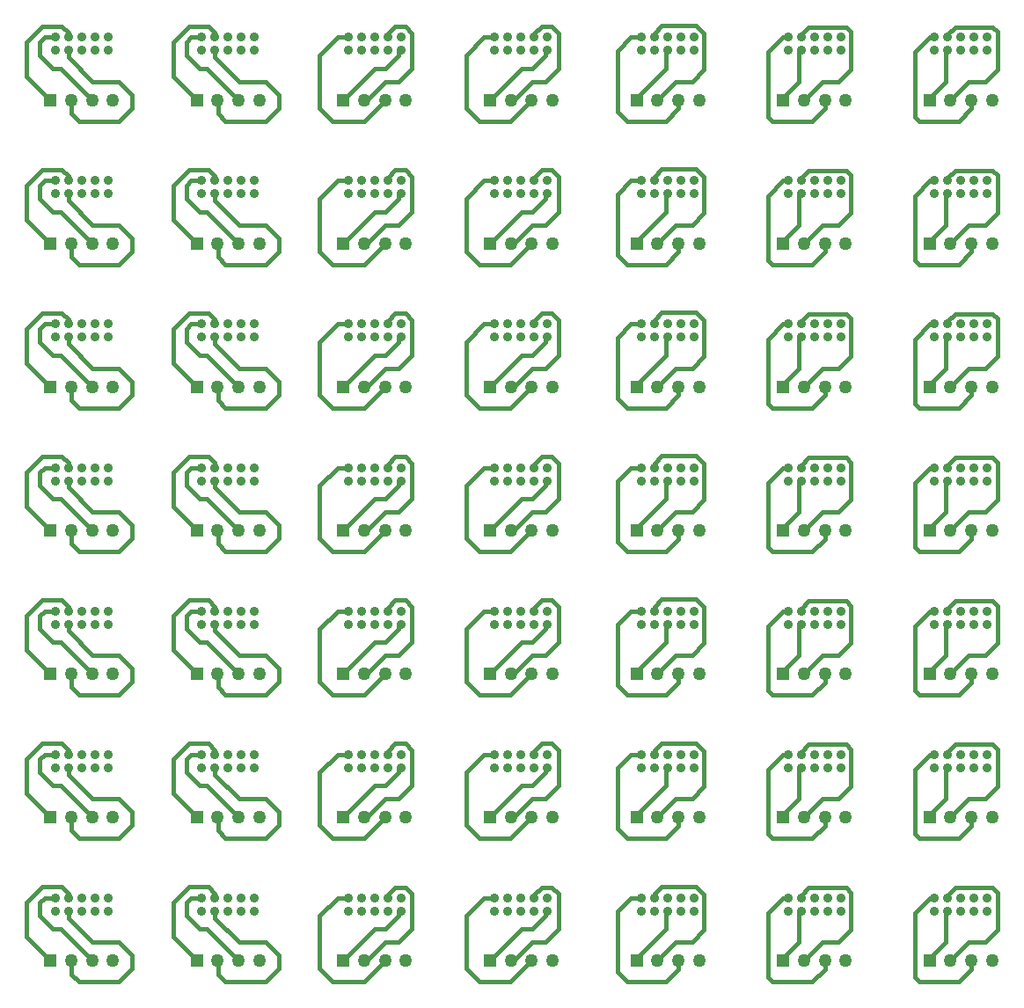
<source format=gtl>
G04 Layer_Physical_Order=1*
G04 Layer_Color=255*
%FSLAX44Y44*%
%MOMM*%
G71*
G01*
G75*
%ADD10C,0.4064*%
%ADD11C,0.9144*%
%ADD12C,1.2700*%
%ADD13R,1.2700X1.2700*%
D10*
X767780Y113356D02*
X769812Y115388D01*
X767780Y85416D02*
Y113356D01*
X752540Y70176D02*
X767780Y85416D01*
X752540Y67636D02*
Y70176D01*
X769812Y128088D02*
Y130628D01*
X777178Y137994D01*
X812992D01*
X817818Y133168D01*
Y97354D02*
Y133168D01*
X805880Y85416D02*
X817818Y97354D01*
X790386Y85416D02*
X805880D01*
X772606Y67636D02*
X790386Y85416D01*
X752794Y128088D02*
X757112D01*
X738316Y113610D02*
X752794Y128088D01*
X738316Y51380D02*
Y113610D01*
Y51380D02*
X742380Y47316D01*
X780480D01*
X792672Y59508D01*
Y67636D01*
X908840Y113356D02*
X910872Y115388D01*
X908840Y85416D02*
Y113356D01*
X893600Y70176D02*
X908840Y85416D01*
X893600Y67636D02*
Y70176D01*
X910872Y128088D02*
Y130628D01*
X918238Y137994D01*
X954052D01*
X958878Y133168D01*
Y97354D02*
Y133168D01*
X946940Y85416D02*
X958878Y97354D01*
X931446Y85416D02*
X946940D01*
X913666Y67636D02*
X931446Y85416D01*
X893854Y128088D02*
X898172D01*
X879376Y113610D02*
X893854Y128088D01*
X879376Y51380D02*
Y113610D01*
Y51380D02*
X883440Y47316D01*
X921540D01*
X933732Y59508D01*
Y67636D01*
X767780Y251446D02*
X769812Y253478D01*
X767780Y223506D02*
Y251446D01*
X752540Y208266D02*
X767780Y223506D01*
X752540Y205726D02*
Y208266D01*
X769812Y266178D02*
Y268718D01*
X777178Y276084D01*
X812992D01*
X817818Y271258D01*
Y235444D02*
Y271258D01*
X805880Y223506D02*
X817818Y235444D01*
X790386Y223506D02*
X805880D01*
X772606Y205726D02*
X790386Y223506D01*
X752794Y266178D02*
X757112D01*
X738316Y251700D02*
X752794Y266178D01*
X738316Y189470D02*
Y251700D01*
Y189470D02*
X742380Y185406D01*
X780480D01*
X792672Y197598D01*
Y205726D01*
X908840Y251446D02*
X910872Y253478D01*
X908840Y223506D02*
Y251446D01*
X893600Y208266D02*
X908840Y223506D01*
X893600Y205726D02*
Y208266D01*
X910872Y266178D02*
Y268718D01*
X918238Y276084D01*
X954052D01*
X958878Y271258D01*
Y235444D02*
Y271258D01*
X946940Y223506D02*
X958878Y235444D01*
X931446Y223506D02*
X946940D01*
X913666Y205726D02*
X931446Y223506D01*
X893854Y266178D02*
X898172D01*
X879376Y251700D02*
X893854Y266178D01*
X879376Y189470D02*
Y251700D01*
Y189470D02*
X883440Y185406D01*
X921540D01*
X933732Y197598D01*
Y205726D01*
X767780Y389536D02*
X769812Y391568D01*
X767780Y361596D02*
Y389536D01*
X752540Y346356D02*
X767780Y361596D01*
X752540Y343816D02*
Y346356D01*
X769812Y404268D02*
Y406808D01*
X777178Y414174D01*
X812992D01*
X817818Y409348D01*
Y373534D02*
Y409348D01*
X805880Y361596D02*
X817818Y373534D01*
X790386Y361596D02*
X805880D01*
X772606Y343816D02*
X790386Y361596D01*
X752794Y404268D02*
X757112D01*
X738316Y389790D02*
X752794Y404268D01*
X738316Y327560D02*
Y389790D01*
Y327560D02*
X742380Y323496D01*
X780480D01*
X792672Y335688D01*
Y343816D01*
X908840Y389536D02*
X910872Y391568D01*
X908840Y361596D02*
Y389536D01*
X893600Y346356D02*
X908840Y361596D01*
X893600Y343816D02*
Y346356D01*
X910872Y404268D02*
Y406808D01*
X918238Y414174D01*
X954052D01*
X958878Y409348D01*
Y373534D02*
Y409348D01*
X946940Y361596D02*
X958878Y373534D01*
X931446Y361596D02*
X946940D01*
X913666Y343816D02*
X931446Y361596D01*
X893854Y404268D02*
X898172D01*
X879376Y389790D02*
X893854Y404268D01*
X879376Y327560D02*
Y389790D01*
Y327560D02*
X883440Y323496D01*
X921540D01*
X933732Y335688D01*
Y343816D01*
X767780Y527626D02*
X769812Y529658D01*
X767780Y499686D02*
Y527626D01*
X752540Y484446D02*
X767780Y499686D01*
X752540Y481906D02*
Y484446D01*
X769812Y542358D02*
Y544898D01*
X777178Y552264D01*
X812992D01*
X817818Y547438D01*
Y511624D02*
Y547438D01*
X805880Y499686D02*
X817818Y511624D01*
X790386Y499686D02*
X805880D01*
X772606Y481906D02*
X790386Y499686D01*
X752794Y542358D02*
X757112D01*
X738316Y527880D02*
X752794Y542358D01*
X738316Y465650D02*
Y527880D01*
Y465650D02*
X742380Y461586D01*
X780480D01*
X792672Y473778D01*
Y481906D01*
X908840Y527626D02*
X910872Y529658D01*
X908840Y499686D02*
Y527626D01*
X893600Y484446D02*
X908840Y499686D01*
X893600Y481906D02*
Y484446D01*
X910872Y542358D02*
Y544898D01*
X918238Y552264D01*
X954052D01*
X958878Y547438D01*
Y511624D02*
Y547438D01*
X946940Y499686D02*
X958878Y511624D01*
X931446Y499686D02*
X946940D01*
X913666Y481906D02*
X931446Y499686D01*
X893854Y542358D02*
X898172D01*
X879376Y527880D02*
X893854Y542358D01*
X879376Y465650D02*
Y527880D01*
Y465650D02*
X883440Y461586D01*
X921540D01*
X933732Y473778D01*
Y481906D01*
X767780Y665716D02*
X769812Y667748D01*
X767780Y637776D02*
Y665716D01*
X752540Y622536D02*
X767780Y637776D01*
X752540Y619996D02*
Y622536D01*
X769812Y680448D02*
Y682988D01*
X777178Y690354D01*
X812992D01*
X817818Y685528D01*
Y649714D02*
Y685528D01*
X805880Y637776D02*
X817818Y649714D01*
X790386Y637776D02*
X805880D01*
X772606Y619996D02*
X790386Y637776D01*
X752794Y680448D02*
X757112D01*
X738316Y665970D02*
X752794Y680448D01*
X738316Y603740D02*
Y665970D01*
Y603740D02*
X742380Y599676D01*
X780480D01*
X792672Y611868D01*
Y619996D01*
X908840Y665716D02*
X910872Y667748D01*
X908840Y637776D02*
Y665716D01*
X893600Y622536D02*
X908840Y637776D01*
X893600Y619996D02*
Y622536D01*
X910872Y680448D02*
Y682988D01*
X918238Y690354D01*
X954052D01*
X958878Y685528D01*
Y649714D02*
Y685528D01*
X946940Y637776D02*
X958878Y649714D01*
X931446Y637776D02*
X946940D01*
X913666Y619996D02*
X931446Y637776D01*
X893854Y680448D02*
X898172D01*
X879376Y665970D02*
X893854Y680448D01*
X879376Y603740D02*
Y665970D01*
Y603740D02*
X883440Y599676D01*
X921540D01*
X933732Y611868D01*
Y619996D01*
X767780Y803806D02*
X769812Y805838D01*
X767780Y775866D02*
Y803806D01*
X752540Y760626D02*
X767780Y775866D01*
X752540Y758086D02*
Y760626D01*
X769812Y818538D02*
Y821078D01*
X777178Y828444D01*
X812992D01*
X817818Y823618D01*
Y787804D02*
Y823618D01*
X805880Y775866D02*
X817818Y787804D01*
X790386Y775866D02*
X805880D01*
X772606Y758086D02*
X790386Y775866D01*
X752794Y818538D02*
X757112D01*
X738316Y804060D02*
X752794Y818538D01*
X738316Y741830D02*
Y804060D01*
Y741830D02*
X742380Y737766D01*
X780480D01*
X792672Y749958D01*
Y758086D01*
X908840Y803806D02*
X910872Y805838D01*
X908840Y775866D02*
Y803806D01*
X893600Y760626D02*
X908840Y775866D01*
X893600Y758086D02*
Y760626D01*
X910872Y818538D02*
Y821078D01*
X918238Y828444D01*
X954052D01*
X958878Y823618D01*
Y787804D02*
Y823618D01*
X946940Y775866D02*
X958878Y787804D01*
X931446Y775866D02*
X946940D01*
X913666Y758086D02*
X931446Y775866D01*
X893854Y818538D02*
X898172D01*
X879376Y804060D02*
X893854Y818538D01*
X879376Y741830D02*
Y804060D01*
Y741830D02*
X883440Y737766D01*
X921540D01*
X933732Y749958D01*
Y758086D01*
X767780Y941896D02*
X769812Y943928D01*
X767780Y913956D02*
Y941896D01*
X752540Y898716D02*
X767780Y913956D01*
X752540Y896176D02*
Y898716D01*
X769812Y956628D02*
Y959168D01*
X777178Y966534D01*
X812992D01*
X817818Y961708D01*
Y925894D02*
Y961708D01*
X805880Y913956D02*
X817818Y925894D01*
X790386Y913956D02*
X805880D01*
X772606Y896176D02*
X790386Y913956D01*
X752794Y956628D02*
X757112D01*
X738316Y942150D02*
X752794Y956628D01*
X738316Y879920D02*
Y942150D01*
Y879920D02*
X742380Y875856D01*
X780480D01*
X792672Y888048D01*
Y896176D01*
X908840Y941896D02*
X910872Y943928D01*
X908840Y913956D02*
Y941896D01*
X893600Y898716D02*
X908840Y913956D01*
X893600Y896176D02*
Y898716D01*
X910872Y956628D02*
Y959168D01*
X918238Y966534D01*
X954052D01*
X958878Y961708D01*
Y925894D02*
Y961708D01*
X946940Y913956D02*
X958878Y925894D01*
X931446Y913956D02*
X946940D01*
X913666Y896176D02*
X931446Y913956D01*
X893854Y956628D02*
X898172D01*
X879376Y942150D02*
X893854Y956628D01*
X879376Y879920D02*
Y942150D01*
Y879920D02*
X883440Y875856D01*
X921540D01*
X933732Y888048D01*
Y896176D01*
X605892Y128088D02*
X616052D01*
X592938Y115134D02*
X605892Y128088D01*
X592938Y56714D02*
Y115134D01*
Y56714D02*
X602336Y47316D01*
X639420D01*
X651612Y59508D01*
Y67636D01*
X639420Y113356D02*
X641452Y115388D01*
X639420Y98116D02*
Y113356D01*
X611480Y70176D02*
X639420Y98116D01*
X611480Y67636D02*
Y70176D01*
X628752Y128088D02*
Y132152D01*
X635864Y139264D01*
X668884D01*
X676504Y131644D01*
Y97100D02*
Y131644D01*
X664820Y85416D02*
X676504Y97100D01*
X649326Y85416D02*
X664820D01*
X631546Y67636D02*
X649326Y85416D01*
X605892Y266178D02*
X616052D01*
X592938Y253224D02*
X605892Y266178D01*
X592938Y194804D02*
Y253224D01*
Y194804D02*
X602336Y185406D01*
X639420D01*
X651612Y197598D01*
Y205726D01*
X639420Y251446D02*
X641452Y253478D01*
X639420Y236206D02*
Y251446D01*
X611480Y208266D02*
X639420Y236206D01*
X611480Y205726D02*
Y208266D01*
X628752Y266178D02*
Y270242D01*
X635864Y277354D01*
X668884D01*
X676504Y269734D01*
Y235190D02*
Y269734D01*
X664820Y223506D02*
X676504Y235190D01*
X649326Y223506D02*
X664820D01*
X631546Y205726D02*
X649326Y223506D01*
X605892Y404268D02*
X616052D01*
X592938Y391314D02*
X605892Y404268D01*
X592938Y332894D02*
Y391314D01*
Y332894D02*
X602336Y323496D01*
X639420D01*
X651612Y335688D01*
Y343816D01*
X639420Y389536D02*
X641452Y391568D01*
X639420Y374296D02*
Y389536D01*
X611480Y346356D02*
X639420Y374296D01*
X611480Y343816D02*
Y346356D01*
X628752Y404268D02*
Y408332D01*
X635864Y415444D01*
X668884D01*
X676504Y407824D01*
Y373280D02*
Y407824D01*
X664820Y361596D02*
X676504Y373280D01*
X649326Y361596D02*
X664820D01*
X631546Y343816D02*
X649326Y361596D01*
X605892Y542358D02*
X616052D01*
X592938Y529404D02*
X605892Y542358D01*
X592938Y470984D02*
Y529404D01*
Y470984D02*
X602336Y461586D01*
X639420D01*
X651612Y473778D01*
Y481906D01*
X639420Y527626D02*
X641452Y529658D01*
X639420Y512386D02*
Y527626D01*
X611480Y484446D02*
X639420Y512386D01*
X611480Y481906D02*
Y484446D01*
X628752Y542358D02*
Y546422D01*
X635864Y553534D01*
X668884D01*
X676504Y545914D01*
Y511370D02*
Y545914D01*
X664820Y499686D02*
X676504Y511370D01*
X649326Y499686D02*
X664820D01*
X631546Y481906D02*
X649326Y499686D01*
X605892Y680448D02*
X616052D01*
X592938Y667494D02*
X605892Y680448D01*
X592938Y609074D02*
Y667494D01*
Y609074D02*
X602336Y599676D01*
X639420D01*
X651612Y611868D01*
Y619996D01*
X639420Y665716D02*
X641452Y667748D01*
X639420Y650476D02*
Y665716D01*
X611480Y622536D02*
X639420Y650476D01*
X611480Y619996D02*
Y622536D01*
X628752Y680448D02*
Y684512D01*
X635864Y691624D01*
X668884D01*
X676504Y684004D01*
Y649460D02*
Y684004D01*
X664820Y637776D02*
X676504Y649460D01*
X649326Y637776D02*
X664820D01*
X631546Y619996D02*
X649326Y637776D01*
X605892Y818538D02*
X616052D01*
X592938Y805584D02*
X605892Y818538D01*
X592938Y747164D02*
Y805584D01*
Y747164D02*
X602336Y737766D01*
X639420D01*
X651612Y749958D01*
Y758086D01*
X639420Y803806D02*
X641452Y805838D01*
X639420Y788566D02*
Y803806D01*
X611480Y760626D02*
X639420Y788566D01*
X611480Y758086D02*
Y760626D01*
X628752Y818538D02*
Y822602D01*
X635864Y829714D01*
X668884D01*
X676504Y822094D01*
Y787550D02*
Y822094D01*
X664820Y775866D02*
X676504Y787550D01*
X649326Y775866D02*
X664820D01*
X631546Y758086D02*
X649326Y775866D01*
X605892Y956628D02*
X616052D01*
X592938Y943674D02*
X605892Y956628D01*
X592938Y885254D02*
Y943674D01*
Y885254D02*
X602336Y875856D01*
X639420D01*
X651612Y888048D01*
Y896176D01*
X639420Y941896D02*
X641452Y943928D01*
X639420Y926656D02*
Y941896D01*
X611480Y898716D02*
X639420Y926656D01*
X611480Y896176D02*
Y898716D01*
X628752Y956628D02*
Y960692D01*
X635864Y967804D01*
X668884D01*
X676504Y960184D01*
Y925640D02*
Y960184D01*
X664820Y913956D02*
X676504Y925640D01*
X649326Y913956D02*
X664820D01*
X631546Y896176D02*
X649326Y913956D01*
X382700Y113356D02*
X384732Y115388D01*
X382700Y110816D02*
Y113356D01*
X370000Y98116D02*
X382700Y110816D01*
X359840Y98116D02*
X370000D01*
X329360Y67636D02*
X359840Y98116D01*
X372032Y128088D02*
Y131390D01*
X379144Y138502D01*
X388796D01*
X395400Y131898D01*
Y98116D02*
Y131898D01*
X382700Y85416D02*
X395400Y98116D01*
X370000Y85416D02*
X382700D01*
X352220Y67636D02*
X370000Y85416D01*
X349426Y67636D02*
X352220D01*
X323772Y128088D02*
X333932D01*
X306500Y110816D02*
X323772Y128088D01*
X306500Y60016D02*
Y110816D01*
Y60016D02*
X319200Y47316D01*
X349172D01*
X369492Y67636D01*
X523760Y113356D02*
X525792Y115388D01*
X523760Y110816D02*
Y113356D01*
X511060Y98116D02*
X523760Y110816D01*
X500900Y98116D02*
X511060D01*
X470420Y67636D02*
X500900Y98116D01*
X513092Y128088D02*
Y131390D01*
X520204Y138502D01*
X529856D01*
X536460Y131898D01*
Y98116D02*
Y131898D01*
X523760Y85416D02*
X536460Y98116D01*
X511060Y85416D02*
X523760D01*
X493280Y67636D02*
X511060Y85416D01*
X490486Y67636D02*
X493280D01*
X464832Y128088D02*
X474992D01*
X447560Y110816D02*
X464832Y128088D01*
X447560Y60016D02*
Y110816D01*
Y60016D02*
X460260Y47316D01*
X490232D01*
X510552Y67636D01*
X382700Y251446D02*
X384732Y253478D01*
X382700Y248906D02*
Y251446D01*
X370000Y236206D02*
X382700Y248906D01*
X359840Y236206D02*
X370000D01*
X329360Y205726D02*
X359840Y236206D01*
X372032Y266178D02*
Y269480D01*
X379144Y276592D01*
X388796D01*
X395400Y269988D01*
Y236206D02*
Y269988D01*
X382700Y223506D02*
X395400Y236206D01*
X370000Y223506D02*
X382700D01*
X352220Y205726D02*
X370000Y223506D01*
X349426Y205726D02*
X352220D01*
X323772Y266178D02*
X333932D01*
X306500Y248906D02*
X323772Y266178D01*
X306500Y198106D02*
Y248906D01*
Y198106D02*
X319200Y185406D01*
X349172D01*
X369492Y205726D01*
X523760Y251446D02*
X525792Y253478D01*
X523760Y248906D02*
Y251446D01*
X511060Y236206D02*
X523760Y248906D01*
X500900Y236206D02*
X511060D01*
X470420Y205726D02*
X500900Y236206D01*
X513092Y266178D02*
Y269480D01*
X520204Y276592D01*
X529856D01*
X536460Y269988D01*
Y236206D02*
Y269988D01*
X523760Y223506D02*
X536460Y236206D01*
X511060Y223506D02*
X523760D01*
X493280Y205726D02*
X511060Y223506D01*
X490486Y205726D02*
X493280D01*
X464832Y266178D02*
X474992D01*
X447560Y248906D02*
X464832Y266178D01*
X447560Y198106D02*
Y248906D01*
Y198106D02*
X460260Y185406D01*
X490232D01*
X510552Y205726D01*
X382700Y389536D02*
X384732Y391568D01*
X382700Y386996D02*
Y389536D01*
X370000Y374296D02*
X382700Y386996D01*
X359840Y374296D02*
X370000D01*
X329360Y343816D02*
X359840Y374296D01*
X372032Y404268D02*
Y407570D01*
X379144Y414682D01*
X388796D01*
X395400Y408078D01*
Y374296D02*
Y408078D01*
X382700Y361596D02*
X395400Y374296D01*
X370000Y361596D02*
X382700D01*
X352220Y343816D02*
X370000Y361596D01*
X349426Y343816D02*
X352220D01*
X323772Y404268D02*
X333932D01*
X306500Y386996D02*
X323772Y404268D01*
X306500Y336196D02*
Y386996D01*
Y336196D02*
X319200Y323496D01*
X349172D01*
X369492Y343816D01*
X523760Y389536D02*
X525792Y391568D01*
X523760Y386996D02*
Y389536D01*
X511060Y374296D02*
X523760Y386996D01*
X500900Y374296D02*
X511060D01*
X470420Y343816D02*
X500900Y374296D01*
X513092Y404268D02*
Y407570D01*
X520204Y414682D01*
X529856D01*
X536460Y408078D01*
Y374296D02*
Y408078D01*
X523760Y361596D02*
X536460Y374296D01*
X511060Y361596D02*
X523760D01*
X493280Y343816D02*
X511060Y361596D01*
X490486Y343816D02*
X493280D01*
X464832Y404268D02*
X474992D01*
X447560Y386996D02*
X464832Y404268D01*
X447560Y336196D02*
Y386996D01*
Y336196D02*
X460260Y323496D01*
X490232D01*
X510552Y343816D01*
X382700Y527626D02*
X384732Y529658D01*
X382700Y525086D02*
Y527626D01*
X370000Y512386D02*
X382700Y525086D01*
X359840Y512386D02*
X370000D01*
X329360Y481906D02*
X359840Y512386D01*
X372032Y542358D02*
Y545660D01*
X379144Y552772D01*
X388796D01*
X395400Y546168D01*
Y512386D02*
Y546168D01*
X382700Y499686D02*
X395400Y512386D01*
X370000Y499686D02*
X382700D01*
X352220Y481906D02*
X370000Y499686D01*
X349426Y481906D02*
X352220D01*
X323772Y542358D02*
X333932D01*
X306500Y525086D02*
X323772Y542358D01*
X306500Y474286D02*
Y525086D01*
Y474286D02*
X319200Y461586D01*
X349172D01*
X369492Y481906D01*
X523760Y527626D02*
X525792Y529658D01*
X523760Y525086D02*
Y527626D01*
X511060Y512386D02*
X523760Y525086D01*
X500900Y512386D02*
X511060D01*
X470420Y481906D02*
X500900Y512386D01*
X513092Y542358D02*
Y545660D01*
X520204Y552772D01*
X529856D01*
X536460Y546168D01*
Y512386D02*
Y546168D01*
X523760Y499686D02*
X536460Y512386D01*
X511060Y499686D02*
X523760D01*
X493280Y481906D02*
X511060Y499686D01*
X490486Y481906D02*
X493280D01*
X464832Y542358D02*
X474992D01*
X447560Y525086D02*
X464832Y542358D01*
X447560Y474286D02*
Y525086D01*
Y474286D02*
X460260Y461586D01*
X490232D01*
X510552Y481906D01*
X382700Y665716D02*
X384732Y667748D01*
X382700Y663176D02*
Y665716D01*
X370000Y650476D02*
X382700Y663176D01*
X359840Y650476D02*
X370000D01*
X329360Y619996D02*
X359840Y650476D01*
X372032Y680448D02*
Y683750D01*
X379144Y690862D01*
X388796D01*
X395400Y684258D01*
Y650476D02*
Y684258D01*
X382700Y637776D02*
X395400Y650476D01*
X370000Y637776D02*
X382700D01*
X352220Y619996D02*
X370000Y637776D01*
X349426Y619996D02*
X352220D01*
X323772Y680448D02*
X333932D01*
X306500Y663176D02*
X323772Y680448D01*
X306500Y612376D02*
Y663176D01*
Y612376D02*
X319200Y599676D01*
X349172D01*
X369492Y619996D01*
X523760Y665716D02*
X525792Y667748D01*
X523760Y663176D02*
Y665716D01*
X511060Y650476D02*
X523760Y663176D01*
X500900Y650476D02*
X511060D01*
X470420Y619996D02*
X500900Y650476D01*
X513092Y680448D02*
Y683750D01*
X520204Y690862D01*
X529856D01*
X536460Y684258D01*
Y650476D02*
Y684258D01*
X523760Y637776D02*
X536460Y650476D01*
X511060Y637776D02*
X523760D01*
X493280Y619996D02*
X511060Y637776D01*
X490486Y619996D02*
X493280D01*
X464832Y680448D02*
X474992D01*
X447560Y663176D02*
X464832Y680448D01*
X447560Y612376D02*
Y663176D01*
Y612376D02*
X460260Y599676D01*
X490232D01*
X510552Y619996D01*
X382700Y803806D02*
X384732Y805838D01*
X382700Y801266D02*
Y803806D01*
X370000Y788566D02*
X382700Y801266D01*
X359840Y788566D02*
X370000D01*
X329360Y758086D02*
X359840Y788566D01*
X372032Y818538D02*
Y821840D01*
X379144Y828952D01*
X388796D01*
X395400Y822348D01*
Y788566D02*
Y822348D01*
X382700Y775866D02*
X395400Y788566D01*
X370000Y775866D02*
X382700D01*
X352220Y758086D02*
X370000Y775866D01*
X349426Y758086D02*
X352220D01*
X323772Y818538D02*
X333932D01*
X306500Y801266D02*
X323772Y818538D01*
X306500Y750466D02*
Y801266D01*
Y750466D02*
X319200Y737766D01*
X349172D01*
X369492Y758086D01*
X523760Y803806D02*
X525792Y805838D01*
X523760Y801266D02*
Y803806D01*
X511060Y788566D02*
X523760Y801266D01*
X500900Y788566D02*
X511060D01*
X470420Y758086D02*
X500900Y788566D01*
X513092Y818538D02*
Y821840D01*
X520204Y828952D01*
X529856D01*
X536460Y822348D01*
Y788566D02*
Y822348D01*
X523760Y775866D02*
X536460Y788566D01*
X511060Y775866D02*
X523760D01*
X493280Y758086D02*
X511060Y775866D01*
X490486Y758086D02*
X493280D01*
X464832Y818538D02*
X474992D01*
X447560Y801266D02*
X464832Y818538D01*
X447560Y750466D02*
Y801266D01*
Y750466D02*
X460260Y737766D01*
X490232D01*
X510552Y758086D01*
X382700Y941896D02*
X384732Y943928D01*
X382700Y939356D02*
Y941896D01*
X370000Y926656D02*
X382700Y939356D01*
X359840Y926656D02*
X370000D01*
X329360Y896176D02*
X359840Y926656D01*
X372032Y956628D02*
Y959930D01*
X379144Y967042D01*
X388796D01*
X395400Y960438D01*
Y926656D02*
Y960438D01*
X382700Y913956D02*
X395400Y926656D01*
X370000Y913956D02*
X382700D01*
X352220Y896176D02*
X370000Y913956D01*
X349426Y896176D02*
X352220D01*
X323772Y956628D02*
X333932D01*
X306500Y939356D02*
X323772Y956628D01*
X306500Y888556D02*
Y939356D01*
Y888556D02*
X319200Y875856D01*
X349172D01*
X369492Y896176D01*
X523760Y941896D02*
X525792Y943928D01*
X523760Y939356D02*
Y941896D01*
X511060Y926656D02*
X523760Y939356D01*
X500900Y926656D02*
X511060D01*
X470420Y896176D02*
X500900Y926656D01*
X513092Y956628D02*
Y959930D01*
X520204Y967042D01*
X529856D01*
X536460Y960438D01*
Y926656D02*
Y960438D01*
X523760Y913956D02*
X536460Y926656D01*
X511060Y913956D02*
X523760D01*
X493280Y896176D02*
X511060Y913956D01*
X490486Y896176D02*
X493280D01*
X464832Y956628D02*
X474992D01*
X447560Y939356D02*
X464832Y956628D01*
X447560Y888556D02*
Y939356D01*
Y888556D02*
X460260Y875856D01*
X490232D01*
X510552Y896176D01*
X64517Y128093D02*
Y132411D01*
X58167Y138761D02*
X64517Y132411D01*
X39625Y138761D02*
X58167D01*
X24385Y123521D02*
X39625Y138761D01*
X24385Y90501D02*
Y123521D01*
Y90501D02*
X47245Y67641D01*
X64517Y108789D02*
Y115393D01*
Y108789D02*
X87885Y85421D01*
X113285D01*
X125985Y72721D01*
Y60021D02*
Y72721D01*
X113285Y47321D02*
X125985Y60021D01*
X74931Y47321D02*
X113285D01*
X67565Y54687D02*
X74931Y47321D01*
X67565Y54687D02*
Y67387D01*
X67311Y67641D02*
X67565Y67387D01*
X41657Y128093D02*
X51817D01*
X37085Y123521D02*
X41657Y128093D01*
X37085Y110821D02*
Y123521D01*
Y110821D02*
X49785Y98121D01*
X56897D01*
X87377Y67641D01*
X205577Y128093D02*
Y132411D01*
X199227Y138761D02*
X205577Y132411D01*
X180685Y138761D02*
X199227D01*
X165445Y123521D02*
X180685Y138761D01*
X165445Y90501D02*
Y123521D01*
Y90501D02*
X188305Y67641D01*
X205577Y108789D02*
Y115393D01*
Y108789D02*
X228945Y85421D01*
X254345D01*
X267045Y72721D01*
Y60021D02*
Y72721D01*
X254345Y47321D02*
X267045Y60021D01*
X215991Y47321D02*
X254345D01*
X208625Y54687D02*
X215991Y47321D01*
X208625Y54687D02*
Y67387D01*
X208371Y67641D02*
X208625Y67387D01*
X182717Y128093D02*
X192877D01*
X178145Y123521D02*
X182717Y128093D01*
X178145Y110821D02*
Y123521D01*
Y110821D02*
X190845Y98121D01*
X197957D01*
X228437Y67641D01*
X64517Y266183D02*
Y270501D01*
X58167Y276851D02*
X64517Y270501D01*
X39625Y276851D02*
X58167D01*
X24385Y261611D02*
X39625Y276851D01*
X24385Y228591D02*
Y261611D01*
Y228591D02*
X47245Y205731D01*
X64517Y246879D02*
Y253483D01*
Y246879D02*
X87885Y223511D01*
X113285D01*
X125985Y210811D01*
Y198111D02*
Y210811D01*
X113285Y185411D02*
X125985Y198111D01*
X74931Y185411D02*
X113285D01*
X67565Y192777D02*
X74931Y185411D01*
X67565Y192777D02*
Y205477D01*
X67311Y205731D02*
X67565Y205477D01*
X41657Y266183D02*
X51817D01*
X37085Y261611D02*
X41657Y266183D01*
X37085Y248911D02*
Y261611D01*
Y248911D02*
X49785Y236211D01*
X56897D01*
X87377Y205731D01*
X205577Y266183D02*
Y270501D01*
X199227Y276851D02*
X205577Y270501D01*
X180685Y276851D02*
X199227D01*
X165445Y261611D02*
X180685Y276851D01*
X165445Y228591D02*
Y261611D01*
Y228591D02*
X188305Y205731D01*
X205577Y246879D02*
Y253483D01*
Y246879D02*
X228945Y223511D01*
X254345D01*
X267045Y210811D01*
Y198111D02*
Y210811D01*
X254345Y185411D02*
X267045Y198111D01*
X215991Y185411D02*
X254345D01*
X208625Y192777D02*
X215991Y185411D01*
X208625Y192777D02*
Y205477D01*
X208371Y205731D02*
X208625Y205477D01*
X182717Y266183D02*
X192877D01*
X178145Y261611D02*
X182717Y266183D01*
X178145Y248911D02*
Y261611D01*
Y248911D02*
X190845Y236211D01*
X197957D01*
X228437Y205731D01*
X64517Y404273D02*
Y408591D01*
X58167Y414941D02*
X64517Y408591D01*
X39625Y414941D02*
X58167D01*
X24385Y399701D02*
X39625Y414941D01*
X24385Y366681D02*
Y399701D01*
Y366681D02*
X47245Y343821D01*
X64517Y384969D02*
Y391573D01*
Y384969D02*
X87885Y361601D01*
X113285D01*
X125985Y348901D01*
Y336201D02*
Y348901D01*
X113285Y323501D02*
X125985Y336201D01*
X74931Y323501D02*
X113285D01*
X67565Y330867D02*
X74931Y323501D01*
X67565Y330867D02*
Y343567D01*
X67311Y343821D02*
X67565Y343567D01*
X41657Y404273D02*
X51817D01*
X37085Y399701D02*
X41657Y404273D01*
X37085Y387001D02*
Y399701D01*
Y387001D02*
X49785Y374301D01*
X56897D01*
X87377Y343821D01*
X205577Y404273D02*
Y408591D01*
X199227Y414941D02*
X205577Y408591D01*
X180685Y414941D02*
X199227D01*
X165445Y399701D02*
X180685Y414941D01*
X165445Y366681D02*
Y399701D01*
Y366681D02*
X188305Y343821D01*
X205577Y384969D02*
Y391573D01*
Y384969D02*
X228945Y361601D01*
X254345D01*
X267045Y348901D01*
Y336201D02*
Y348901D01*
X254345Y323501D02*
X267045Y336201D01*
X215991Y323501D02*
X254345D01*
X208625Y330867D02*
X215991Y323501D01*
X208625Y330867D02*
Y343567D01*
X208371Y343821D02*
X208625Y343567D01*
X182717Y404273D02*
X192877D01*
X178145Y399701D02*
X182717Y404273D01*
X178145Y387001D02*
Y399701D01*
Y387001D02*
X190845Y374301D01*
X197957D01*
X228437Y343821D01*
X64517Y542363D02*
Y546681D01*
X58167Y553031D02*
X64517Y546681D01*
X39625Y553031D02*
X58167D01*
X24385Y537791D02*
X39625Y553031D01*
X24385Y504771D02*
Y537791D01*
Y504771D02*
X47245Y481911D01*
X64517Y523059D02*
Y529663D01*
Y523059D02*
X87885Y499691D01*
X113285D01*
X125985Y486991D01*
Y474291D02*
Y486991D01*
X113285Y461591D02*
X125985Y474291D01*
X74931Y461591D02*
X113285D01*
X67565Y468957D02*
X74931Y461591D01*
X67565Y468957D02*
Y481657D01*
X67311Y481911D02*
X67565Y481657D01*
X41657Y542363D02*
X51817D01*
X37085Y537791D02*
X41657Y542363D01*
X37085Y525091D02*
Y537791D01*
Y525091D02*
X49785Y512391D01*
X56897D01*
X87377Y481911D01*
X205577Y542363D02*
Y546681D01*
X199227Y553031D02*
X205577Y546681D01*
X180685Y553031D02*
X199227D01*
X165445Y537791D02*
X180685Y553031D01*
X165445Y504771D02*
Y537791D01*
Y504771D02*
X188305Y481911D01*
X205577Y523059D02*
Y529663D01*
Y523059D02*
X228945Y499691D01*
X254345D01*
X267045Y486991D01*
Y474291D02*
Y486991D01*
X254345Y461591D02*
X267045Y474291D01*
X215991Y461591D02*
X254345D01*
X208625Y468957D02*
X215991Y461591D01*
X208625Y468957D02*
Y481657D01*
X208371Y481911D02*
X208625Y481657D01*
X182717Y542363D02*
X192877D01*
X178145Y537791D02*
X182717Y542363D01*
X178145Y525091D02*
Y537791D01*
Y525091D02*
X190845Y512391D01*
X197957D01*
X228437Y481911D01*
X64517Y680453D02*
Y684771D01*
X58167Y691121D02*
X64517Y684771D01*
X39625Y691121D02*
X58167D01*
X24385Y675881D02*
X39625Y691121D01*
X24385Y642861D02*
Y675881D01*
Y642861D02*
X47245Y620001D01*
X64517Y661149D02*
Y667753D01*
Y661149D02*
X87885Y637781D01*
X113285D01*
X125985Y625081D01*
Y612381D02*
Y625081D01*
X113285Y599681D02*
X125985Y612381D01*
X74931Y599681D02*
X113285D01*
X67565Y607047D02*
X74931Y599681D01*
X67565Y607047D02*
Y619747D01*
X67311Y620001D02*
X67565Y619747D01*
X41657Y680453D02*
X51817D01*
X37085Y675881D02*
X41657Y680453D01*
X37085Y663181D02*
Y675881D01*
Y663181D02*
X49785Y650481D01*
X56897D01*
X87377Y620001D01*
X205577Y680453D02*
Y684771D01*
X199227Y691121D02*
X205577Y684771D01*
X180685Y691121D02*
X199227D01*
X165445Y675881D02*
X180685Y691121D01*
X165445Y642861D02*
Y675881D01*
Y642861D02*
X188305Y620001D01*
X205577Y661149D02*
Y667753D01*
Y661149D02*
X228945Y637781D01*
X254345D01*
X267045Y625081D01*
Y612381D02*
Y625081D01*
X254345Y599681D02*
X267045Y612381D01*
X215991Y599681D02*
X254345D01*
X208625Y607047D02*
X215991Y599681D01*
X208625Y607047D02*
Y619747D01*
X208371Y620001D02*
X208625Y619747D01*
X182717Y680453D02*
X192877D01*
X178145Y675881D02*
X182717Y680453D01*
X178145Y663181D02*
Y675881D01*
Y663181D02*
X190845Y650481D01*
X197957D01*
X228437Y620001D01*
X64517Y818543D02*
Y822861D01*
X58167Y829211D02*
X64517Y822861D01*
X39625Y829211D02*
X58167D01*
X24385Y813971D02*
X39625Y829211D01*
X24385Y780951D02*
Y813971D01*
Y780951D02*
X47245Y758091D01*
X64517Y799239D02*
Y805843D01*
Y799239D02*
X87885Y775871D01*
X113285D01*
X125985Y763171D01*
Y750471D02*
Y763171D01*
X113285Y737771D02*
X125985Y750471D01*
X74931Y737771D02*
X113285D01*
X67565Y745137D02*
X74931Y737771D01*
X67565Y745137D02*
Y757837D01*
X67311Y758091D02*
X67565Y757837D01*
X41657Y818543D02*
X51817D01*
X37085Y813971D02*
X41657Y818543D01*
X37085Y801271D02*
Y813971D01*
Y801271D02*
X49785Y788571D01*
X56897D01*
X87377Y758091D01*
X205577Y818543D02*
Y822861D01*
X199227Y829211D02*
X205577Y822861D01*
X180685Y829211D02*
X199227D01*
X165445Y813971D02*
X180685Y829211D01*
X165445Y780951D02*
Y813971D01*
Y780951D02*
X188305Y758091D01*
X205577Y799239D02*
Y805843D01*
Y799239D02*
X228945Y775871D01*
X254345D01*
X267045Y763171D01*
Y750471D02*
Y763171D01*
X254345Y737771D02*
X267045Y750471D01*
X215991Y737771D02*
X254345D01*
X208625Y745137D02*
X215991Y737771D01*
X208625Y745137D02*
Y757837D01*
X208371Y758091D02*
X208625Y757837D01*
X182717Y818543D02*
X192877D01*
X178145Y813971D02*
X182717Y818543D01*
X178145Y801271D02*
Y813971D01*
Y801271D02*
X190845Y788571D01*
X197957D01*
X228437Y758091D01*
X64517Y956633D02*
Y960951D01*
X58167Y967301D02*
X64517Y960951D01*
X39625Y967301D02*
X58167D01*
X24385Y952061D02*
X39625Y967301D01*
X24385Y919041D02*
Y952061D01*
Y919041D02*
X47245Y896181D01*
X64517Y937329D02*
Y943933D01*
Y937329D02*
X87885Y913961D01*
X113285D01*
X125985Y901261D01*
Y888561D02*
Y901261D01*
X113285Y875861D02*
X125985Y888561D01*
X74931Y875861D02*
X113285D01*
X67565Y883227D02*
X74931Y875861D01*
X67565Y883227D02*
Y895927D01*
X67311Y896181D02*
X67565Y895927D01*
X41657Y956633D02*
X51817D01*
X37085Y952061D02*
X41657Y956633D01*
X37085Y939361D02*
Y952061D01*
Y939361D02*
X49785Y926661D01*
X56897D01*
X87377Y896181D01*
X205577Y956633D02*
Y960951D01*
X199227Y967301D02*
X205577Y960951D01*
X180685Y967301D02*
X199227D01*
X165445Y952061D02*
X180685Y967301D01*
X165445Y919041D02*
Y952061D01*
Y919041D02*
X188305Y896181D01*
X205577Y937329D02*
Y943933D01*
Y937329D02*
X228945Y913961D01*
X254345D01*
X267045Y901261D01*
Y888561D02*
Y901261D01*
X254345Y875861D02*
X267045Y888561D01*
X215991Y875861D02*
X254345D01*
X208625Y883227D02*
X215991Y875861D01*
X208625Y883227D02*
Y895927D01*
X208371Y896181D02*
X208625Y895927D01*
X182717Y956633D02*
X192877D01*
X178145Y952061D02*
X182717Y956633D01*
X178145Y939361D02*
Y952061D01*
Y939361D02*
X190845Y926661D01*
X197957D01*
X228437Y896181D01*
D11*
X807912Y128088D02*
D03*
Y115388D02*
D03*
X795212Y128088D02*
D03*
Y115388D02*
D03*
X782512Y128088D02*
D03*
Y115388D02*
D03*
X769812Y128088D02*
D03*
Y115388D02*
D03*
X757112Y128088D02*
D03*
Y115388D02*
D03*
X948972Y128088D02*
D03*
Y115388D02*
D03*
X936272Y128088D02*
D03*
Y115388D02*
D03*
X923572Y128088D02*
D03*
Y115388D02*
D03*
X910872Y128088D02*
D03*
Y115388D02*
D03*
X898172Y128088D02*
D03*
Y115388D02*
D03*
X807912Y266178D02*
D03*
Y253478D02*
D03*
X795212Y266178D02*
D03*
Y253478D02*
D03*
X782512Y266178D02*
D03*
Y253478D02*
D03*
X769812Y266178D02*
D03*
Y253478D02*
D03*
X757112Y266178D02*
D03*
Y253478D02*
D03*
X948972Y266178D02*
D03*
Y253478D02*
D03*
X936272Y266178D02*
D03*
Y253478D02*
D03*
X923572Y266178D02*
D03*
Y253478D02*
D03*
X910872Y266178D02*
D03*
Y253478D02*
D03*
X898172Y266178D02*
D03*
Y253478D02*
D03*
X807912Y404268D02*
D03*
Y391568D02*
D03*
X795212Y404268D02*
D03*
Y391568D02*
D03*
X782512Y404268D02*
D03*
Y391568D02*
D03*
X769812Y404268D02*
D03*
Y391568D02*
D03*
X757112Y404268D02*
D03*
Y391568D02*
D03*
X948972Y404268D02*
D03*
Y391568D02*
D03*
X936272Y404268D02*
D03*
Y391568D02*
D03*
X923572Y404268D02*
D03*
Y391568D02*
D03*
X910872Y404268D02*
D03*
Y391568D02*
D03*
X898172Y404268D02*
D03*
Y391568D02*
D03*
X807912Y542358D02*
D03*
Y529658D02*
D03*
X795212Y542358D02*
D03*
Y529658D02*
D03*
X782512Y542358D02*
D03*
Y529658D02*
D03*
X769812Y542358D02*
D03*
Y529658D02*
D03*
X757112Y542358D02*
D03*
Y529658D02*
D03*
X948972Y542358D02*
D03*
Y529658D02*
D03*
X936272Y542358D02*
D03*
Y529658D02*
D03*
X923572Y542358D02*
D03*
Y529658D02*
D03*
X910872Y542358D02*
D03*
Y529658D02*
D03*
X898172Y542358D02*
D03*
Y529658D02*
D03*
X807912Y680448D02*
D03*
Y667748D02*
D03*
X795212Y680448D02*
D03*
Y667748D02*
D03*
X782512Y680448D02*
D03*
Y667748D02*
D03*
X769812Y680448D02*
D03*
Y667748D02*
D03*
X757112Y680448D02*
D03*
Y667748D02*
D03*
X948972Y680448D02*
D03*
Y667748D02*
D03*
X936272Y680448D02*
D03*
Y667748D02*
D03*
X923572Y680448D02*
D03*
Y667748D02*
D03*
X910872Y680448D02*
D03*
Y667748D02*
D03*
X898172Y680448D02*
D03*
Y667748D02*
D03*
X807912Y818538D02*
D03*
Y805838D02*
D03*
X795212Y818538D02*
D03*
Y805838D02*
D03*
X782512Y818538D02*
D03*
Y805838D02*
D03*
X769812Y818538D02*
D03*
Y805838D02*
D03*
X757112Y818538D02*
D03*
Y805838D02*
D03*
X948972Y818538D02*
D03*
Y805838D02*
D03*
X936272Y818538D02*
D03*
Y805838D02*
D03*
X923572Y818538D02*
D03*
Y805838D02*
D03*
X910872Y818538D02*
D03*
Y805838D02*
D03*
X898172Y818538D02*
D03*
Y805838D02*
D03*
X807912Y956628D02*
D03*
Y943928D02*
D03*
X795212Y956628D02*
D03*
Y943928D02*
D03*
X782512Y956628D02*
D03*
Y943928D02*
D03*
X769812Y956628D02*
D03*
Y943928D02*
D03*
X757112Y956628D02*
D03*
Y943928D02*
D03*
X948972Y956628D02*
D03*
Y943928D02*
D03*
X936272Y956628D02*
D03*
Y943928D02*
D03*
X923572Y956628D02*
D03*
Y943928D02*
D03*
X910872Y956628D02*
D03*
Y943928D02*
D03*
X898172Y956628D02*
D03*
Y943928D02*
D03*
X666852Y128088D02*
D03*
Y115388D02*
D03*
X654152Y128088D02*
D03*
Y115388D02*
D03*
X641452Y128088D02*
D03*
Y115388D02*
D03*
X628752Y128088D02*
D03*
Y115388D02*
D03*
X616052Y128088D02*
D03*
Y115388D02*
D03*
X666852Y266178D02*
D03*
Y253478D02*
D03*
X654152Y266178D02*
D03*
Y253478D02*
D03*
X641452Y266178D02*
D03*
Y253478D02*
D03*
X628752Y266178D02*
D03*
Y253478D02*
D03*
X616052Y266178D02*
D03*
Y253478D02*
D03*
X666852Y404268D02*
D03*
Y391568D02*
D03*
X654152Y404268D02*
D03*
Y391568D02*
D03*
X641452Y404268D02*
D03*
Y391568D02*
D03*
X628752Y404268D02*
D03*
Y391568D02*
D03*
X616052Y404268D02*
D03*
Y391568D02*
D03*
X666852Y542358D02*
D03*
Y529658D02*
D03*
X654152Y542358D02*
D03*
Y529658D02*
D03*
X641452Y542358D02*
D03*
Y529658D02*
D03*
X628752Y542358D02*
D03*
Y529658D02*
D03*
X616052Y542358D02*
D03*
Y529658D02*
D03*
X666852Y680448D02*
D03*
Y667748D02*
D03*
X654152Y680448D02*
D03*
Y667748D02*
D03*
X641452Y680448D02*
D03*
Y667748D02*
D03*
X628752Y680448D02*
D03*
Y667748D02*
D03*
X616052Y680448D02*
D03*
Y667748D02*
D03*
X666852Y818538D02*
D03*
Y805838D02*
D03*
X654152Y818538D02*
D03*
Y805838D02*
D03*
X641452Y818538D02*
D03*
Y805838D02*
D03*
X628752Y818538D02*
D03*
Y805838D02*
D03*
X616052Y818538D02*
D03*
Y805838D02*
D03*
X666852Y956628D02*
D03*
Y943928D02*
D03*
X654152Y956628D02*
D03*
Y943928D02*
D03*
X641452Y956628D02*
D03*
Y943928D02*
D03*
X628752Y956628D02*
D03*
Y943928D02*
D03*
X616052Y956628D02*
D03*
Y943928D02*
D03*
X384732Y128088D02*
D03*
Y115388D02*
D03*
X372032Y128088D02*
D03*
Y115388D02*
D03*
X359332Y128088D02*
D03*
Y115388D02*
D03*
X346632Y128088D02*
D03*
Y115388D02*
D03*
X333932Y128088D02*
D03*
Y115388D02*
D03*
X525792Y128088D02*
D03*
Y115388D02*
D03*
X513092Y128088D02*
D03*
Y115388D02*
D03*
X500392Y128088D02*
D03*
Y115388D02*
D03*
X487692Y128088D02*
D03*
Y115388D02*
D03*
X474992Y128088D02*
D03*
Y115388D02*
D03*
X384732Y266178D02*
D03*
Y253478D02*
D03*
X372032Y266178D02*
D03*
Y253478D02*
D03*
X359332Y266178D02*
D03*
Y253478D02*
D03*
X346632Y266178D02*
D03*
Y253478D02*
D03*
X333932Y266178D02*
D03*
Y253478D02*
D03*
X525792Y266178D02*
D03*
Y253478D02*
D03*
X513092Y266178D02*
D03*
Y253478D02*
D03*
X500392Y266178D02*
D03*
Y253478D02*
D03*
X487692Y266178D02*
D03*
Y253478D02*
D03*
X474992Y266178D02*
D03*
Y253478D02*
D03*
X384732Y404268D02*
D03*
Y391568D02*
D03*
X372032Y404268D02*
D03*
Y391568D02*
D03*
X359332Y404268D02*
D03*
Y391568D02*
D03*
X346632Y404268D02*
D03*
Y391568D02*
D03*
X333932Y404268D02*
D03*
Y391568D02*
D03*
X525792Y404268D02*
D03*
Y391568D02*
D03*
X513092Y404268D02*
D03*
Y391568D02*
D03*
X500392Y404268D02*
D03*
Y391568D02*
D03*
X487692Y404268D02*
D03*
Y391568D02*
D03*
X474992Y404268D02*
D03*
Y391568D02*
D03*
X384732Y542358D02*
D03*
Y529658D02*
D03*
X372032Y542358D02*
D03*
Y529658D02*
D03*
X359332Y542358D02*
D03*
Y529658D02*
D03*
X346632Y542358D02*
D03*
Y529658D02*
D03*
X333932Y542358D02*
D03*
Y529658D02*
D03*
X525792Y542358D02*
D03*
Y529658D02*
D03*
X513092Y542358D02*
D03*
Y529658D02*
D03*
X500392Y542358D02*
D03*
Y529658D02*
D03*
X487692Y542358D02*
D03*
Y529658D02*
D03*
X474992Y542358D02*
D03*
Y529658D02*
D03*
X384732Y680448D02*
D03*
Y667748D02*
D03*
X372032Y680448D02*
D03*
Y667748D02*
D03*
X359332Y680448D02*
D03*
Y667748D02*
D03*
X346632Y680448D02*
D03*
Y667748D02*
D03*
X333932Y680448D02*
D03*
Y667748D02*
D03*
X525792Y680448D02*
D03*
Y667748D02*
D03*
X513092Y680448D02*
D03*
Y667748D02*
D03*
X500392Y680448D02*
D03*
Y667748D02*
D03*
X487692Y680448D02*
D03*
Y667748D02*
D03*
X474992Y680448D02*
D03*
Y667748D02*
D03*
X384732Y818538D02*
D03*
Y805838D02*
D03*
X372032Y818538D02*
D03*
Y805838D02*
D03*
X359332Y818538D02*
D03*
Y805838D02*
D03*
X346632Y818538D02*
D03*
Y805838D02*
D03*
X333932Y818538D02*
D03*
Y805838D02*
D03*
X525792Y818538D02*
D03*
Y805838D02*
D03*
X513092Y818538D02*
D03*
Y805838D02*
D03*
X500392Y818538D02*
D03*
Y805838D02*
D03*
X487692Y818538D02*
D03*
Y805838D02*
D03*
X474992Y818538D02*
D03*
Y805838D02*
D03*
X384732Y956628D02*
D03*
Y943928D02*
D03*
X372032Y956628D02*
D03*
Y943928D02*
D03*
X359332Y956628D02*
D03*
Y943928D02*
D03*
X346632Y956628D02*
D03*
Y943928D02*
D03*
X333932Y956628D02*
D03*
Y943928D02*
D03*
X525792Y956628D02*
D03*
Y943928D02*
D03*
X513092Y956628D02*
D03*
Y943928D02*
D03*
X500392Y956628D02*
D03*
Y943928D02*
D03*
X487692Y956628D02*
D03*
Y943928D02*
D03*
X474992Y956628D02*
D03*
Y943928D02*
D03*
X102617Y128093D02*
D03*
Y115393D02*
D03*
X89917Y128093D02*
D03*
Y115393D02*
D03*
X77217Y128093D02*
D03*
Y115393D02*
D03*
X64517Y128093D02*
D03*
Y115393D02*
D03*
X51817Y128093D02*
D03*
Y115393D02*
D03*
X243677Y128093D02*
D03*
Y115393D02*
D03*
X230977Y128093D02*
D03*
Y115393D02*
D03*
X218277Y128093D02*
D03*
Y115393D02*
D03*
X205577Y128093D02*
D03*
Y115393D02*
D03*
X192877Y128093D02*
D03*
Y115393D02*
D03*
X102617Y266183D02*
D03*
Y253483D02*
D03*
X89917Y266183D02*
D03*
Y253483D02*
D03*
X77217Y266183D02*
D03*
Y253483D02*
D03*
X64517Y266183D02*
D03*
Y253483D02*
D03*
X51817Y266183D02*
D03*
Y253483D02*
D03*
X243677Y266183D02*
D03*
Y253483D02*
D03*
X230977Y266183D02*
D03*
Y253483D02*
D03*
X218277Y266183D02*
D03*
Y253483D02*
D03*
X205577Y266183D02*
D03*
Y253483D02*
D03*
X192877Y266183D02*
D03*
Y253483D02*
D03*
X102617Y404273D02*
D03*
Y391573D02*
D03*
X89917Y404273D02*
D03*
Y391573D02*
D03*
X77217Y404273D02*
D03*
Y391573D02*
D03*
X64517Y404273D02*
D03*
Y391573D02*
D03*
X51817Y404273D02*
D03*
Y391573D02*
D03*
X243677Y404273D02*
D03*
Y391573D02*
D03*
X230977Y404273D02*
D03*
Y391573D02*
D03*
X218277Y404273D02*
D03*
Y391573D02*
D03*
X205577Y404273D02*
D03*
Y391573D02*
D03*
X192877Y404273D02*
D03*
Y391573D02*
D03*
X102617Y542363D02*
D03*
Y529663D02*
D03*
X89917Y542363D02*
D03*
Y529663D02*
D03*
X77217Y542363D02*
D03*
Y529663D02*
D03*
X64517Y542363D02*
D03*
Y529663D02*
D03*
X51817Y542363D02*
D03*
Y529663D02*
D03*
X243677Y542363D02*
D03*
Y529663D02*
D03*
X230977Y542363D02*
D03*
Y529663D02*
D03*
X218277Y542363D02*
D03*
Y529663D02*
D03*
X205577Y542363D02*
D03*
Y529663D02*
D03*
X192877Y542363D02*
D03*
Y529663D02*
D03*
X102617Y680453D02*
D03*
Y667753D02*
D03*
X89917Y680453D02*
D03*
Y667753D02*
D03*
X77217Y680453D02*
D03*
Y667753D02*
D03*
X64517Y680453D02*
D03*
Y667753D02*
D03*
X51817Y680453D02*
D03*
Y667753D02*
D03*
X243677Y680453D02*
D03*
Y667753D02*
D03*
X230977Y680453D02*
D03*
Y667753D02*
D03*
X218277Y680453D02*
D03*
Y667753D02*
D03*
X205577Y680453D02*
D03*
Y667753D02*
D03*
X192877Y680453D02*
D03*
Y667753D02*
D03*
X102617Y818543D02*
D03*
Y805843D02*
D03*
X89917Y818543D02*
D03*
Y805843D02*
D03*
X77217Y818543D02*
D03*
Y805843D02*
D03*
X64517Y818543D02*
D03*
Y805843D02*
D03*
X51817Y818543D02*
D03*
Y805843D02*
D03*
X243677Y818543D02*
D03*
Y805843D02*
D03*
X230977Y818543D02*
D03*
Y805843D02*
D03*
X218277Y818543D02*
D03*
Y805843D02*
D03*
X205577Y818543D02*
D03*
Y805843D02*
D03*
X192877Y818543D02*
D03*
Y805843D02*
D03*
X102617Y956633D02*
D03*
Y943933D02*
D03*
X89917Y956633D02*
D03*
Y943933D02*
D03*
X77217Y956633D02*
D03*
Y943933D02*
D03*
X64517Y956633D02*
D03*
Y943933D02*
D03*
X51817Y956633D02*
D03*
Y943933D02*
D03*
X243677Y956633D02*
D03*
Y943933D02*
D03*
X230977Y956633D02*
D03*
Y943933D02*
D03*
X218277Y956633D02*
D03*
Y943933D02*
D03*
X205577Y956633D02*
D03*
Y943933D02*
D03*
X192877Y956633D02*
D03*
Y943933D02*
D03*
D12*
X812738Y67636D02*
D03*
X792672D02*
D03*
X772512D02*
D03*
X953798D02*
D03*
X933732D02*
D03*
X913572D02*
D03*
X812738Y205726D02*
D03*
X792672D02*
D03*
X772512D02*
D03*
X953798D02*
D03*
X933732D02*
D03*
X913572D02*
D03*
X812738Y343816D02*
D03*
X792672D02*
D03*
X772512D02*
D03*
X953798D02*
D03*
X933732D02*
D03*
X913572D02*
D03*
X812738Y481906D02*
D03*
X792672D02*
D03*
X772512D02*
D03*
X953798D02*
D03*
X933732D02*
D03*
X913572D02*
D03*
X812738Y619996D02*
D03*
X792672D02*
D03*
X772512D02*
D03*
X953798D02*
D03*
X933732D02*
D03*
X913572D02*
D03*
X812738Y758086D02*
D03*
X792672D02*
D03*
X772512D02*
D03*
X953798D02*
D03*
X933732D02*
D03*
X913572D02*
D03*
X812738Y896176D02*
D03*
X792672D02*
D03*
X772512D02*
D03*
X953798D02*
D03*
X933732D02*
D03*
X913572D02*
D03*
X671678Y67636D02*
D03*
X651612D02*
D03*
X631452D02*
D03*
X671678Y205726D02*
D03*
X651612D02*
D03*
X631452D02*
D03*
X671678Y343816D02*
D03*
X651612D02*
D03*
X631452D02*
D03*
X671678Y481906D02*
D03*
X651612D02*
D03*
X631452D02*
D03*
X671678Y619996D02*
D03*
X651612D02*
D03*
X631452D02*
D03*
X671678Y758086D02*
D03*
X651612D02*
D03*
X631452D02*
D03*
X671678Y896176D02*
D03*
X651612D02*
D03*
X631452D02*
D03*
X389558Y67636D02*
D03*
X369492D02*
D03*
X349332D02*
D03*
X530618D02*
D03*
X510552D02*
D03*
X490392D02*
D03*
X389558Y205726D02*
D03*
X369492D02*
D03*
X349332D02*
D03*
X530618D02*
D03*
X510552D02*
D03*
X490392D02*
D03*
X389558Y343816D02*
D03*
X369492D02*
D03*
X349332D02*
D03*
X530618D02*
D03*
X510552D02*
D03*
X490392D02*
D03*
X389558Y481906D02*
D03*
X369492D02*
D03*
X349332D02*
D03*
X530618D02*
D03*
X510552D02*
D03*
X490392D02*
D03*
X389558Y619996D02*
D03*
X369492D02*
D03*
X349332D02*
D03*
X530618D02*
D03*
X510552D02*
D03*
X490392D02*
D03*
X389558Y758086D02*
D03*
X369492D02*
D03*
X349332D02*
D03*
X530618D02*
D03*
X510552D02*
D03*
X490392D02*
D03*
X389558Y896176D02*
D03*
X369492D02*
D03*
X349332D02*
D03*
X530618D02*
D03*
X510552D02*
D03*
X490392D02*
D03*
X107443Y67641D02*
D03*
X87377D02*
D03*
X67217D02*
D03*
X248503D02*
D03*
X228437D02*
D03*
X208277D02*
D03*
X107443Y205731D02*
D03*
X87377D02*
D03*
X67217D02*
D03*
X248503D02*
D03*
X228437D02*
D03*
X208277D02*
D03*
X107443Y343821D02*
D03*
X87377D02*
D03*
X67217D02*
D03*
X248503D02*
D03*
X228437D02*
D03*
X208277D02*
D03*
X107443Y481911D02*
D03*
X87377D02*
D03*
X67217D02*
D03*
X248503D02*
D03*
X228437D02*
D03*
X208277D02*
D03*
X107443Y620001D02*
D03*
X87377D02*
D03*
X67217D02*
D03*
X248503D02*
D03*
X228437D02*
D03*
X208277D02*
D03*
X107443Y758091D02*
D03*
X87377D02*
D03*
X67217D02*
D03*
X248503D02*
D03*
X228437D02*
D03*
X208277D02*
D03*
X107443Y896181D02*
D03*
X87377D02*
D03*
X67217D02*
D03*
X248503D02*
D03*
X228437D02*
D03*
X208277D02*
D03*
D13*
X752512Y67636D02*
D03*
X893572D02*
D03*
X752512Y205726D02*
D03*
X893572D02*
D03*
X752512Y343816D02*
D03*
X893572D02*
D03*
X752512Y481906D02*
D03*
X893572D02*
D03*
X752512Y619996D02*
D03*
X893572D02*
D03*
X752512Y758086D02*
D03*
X893572D02*
D03*
X752512Y896176D02*
D03*
X893572D02*
D03*
X611452Y67636D02*
D03*
Y205726D02*
D03*
Y343816D02*
D03*
Y481906D02*
D03*
Y619996D02*
D03*
Y758086D02*
D03*
Y896176D02*
D03*
X329332Y67636D02*
D03*
X470392D02*
D03*
X329332Y205726D02*
D03*
X470392D02*
D03*
X329332Y343816D02*
D03*
X470392D02*
D03*
X329332Y481906D02*
D03*
X470392D02*
D03*
X329332Y619996D02*
D03*
X470392D02*
D03*
X329332Y758086D02*
D03*
X470392D02*
D03*
X329332Y896176D02*
D03*
X470392D02*
D03*
X47217Y67641D02*
D03*
X188277D02*
D03*
X47217Y205731D02*
D03*
X188277D02*
D03*
X47217Y343821D02*
D03*
X188277D02*
D03*
X47217Y481911D02*
D03*
X188277D02*
D03*
X47217Y620001D02*
D03*
X188277D02*
D03*
X47217Y758091D02*
D03*
X188277D02*
D03*
X47217Y896181D02*
D03*
X188277D02*
D03*
M02*

</source>
